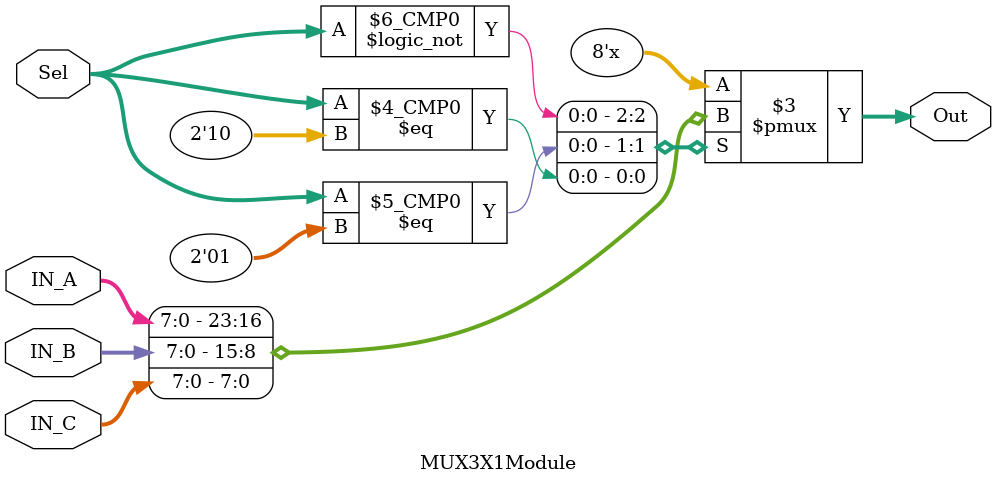
<source format=sv>
module MUX3X1Module #(parameter WIDTH = 8)(

    input [WIDTH-1 : 0] IN_A,
    input [WIDTH-1 : 0] IN_B,
    input [WIDTH-1 : 0] IN_C,
    input [1 : 0]       Sel,
    output reg [WIDTH-1 : 0] Out
);

    always @(*) begin
    case (Sel)

        2'b00: begin

            Out <= IN_A;

        end

        2'b01: begin

            Out <= IN_B;

        end

        2'b10: begin
            Out <= IN_C;
        end
        default: begin

            Out <= {WIDTH{1'bx}};

        end

    endcase
    end

endmodule

</source>
